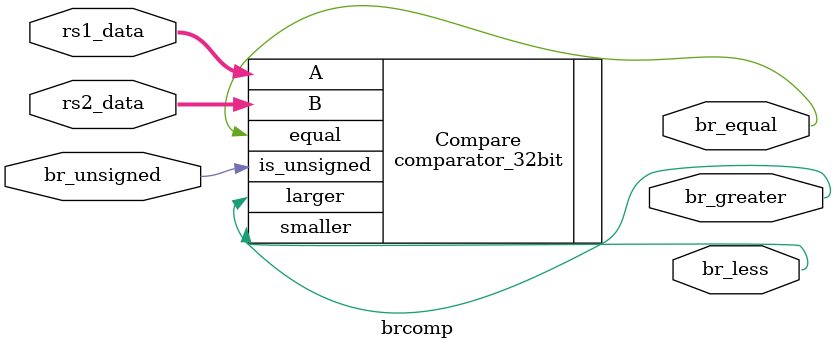
<source format=sv>
module brcomp(
	input  logic [31:0] rs1_data, rs2_data,
	input  logic br_unsigned,
	output logic br_less, br_equal, br_greater
);

comparator_32bit	 Compare (.A(rs1_data), .B(rs2_data), .is_unsigned(br_unsigned), .equal(br_equal), .smaller(br_less), .larger(br_greater) );
endmodule

</source>
